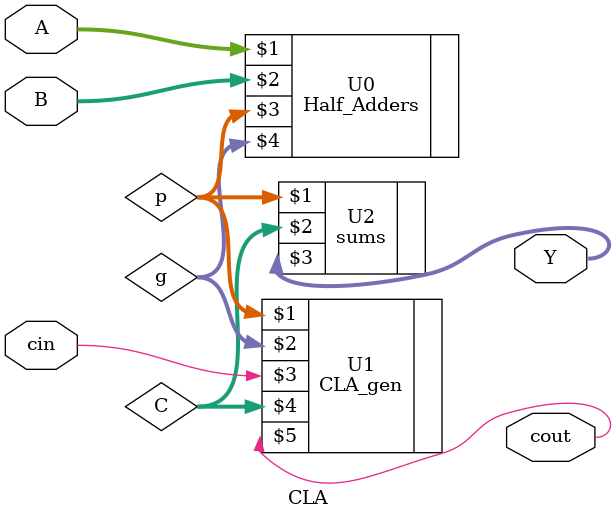
<source format=v>
`timescale 1ns / 1ps


module CLA(input [3:0] A, B, input cin, output [3:0] Y, output cout);

wire [3:0] p;
wire [3:0] g;
wire [3:0] C;

Half_Adders U0 (A, B, p, g);
CLA_gen     U1 (p, g, cin, C, cout);
sums        U2 (p, C, Y);

endmodule

</source>
